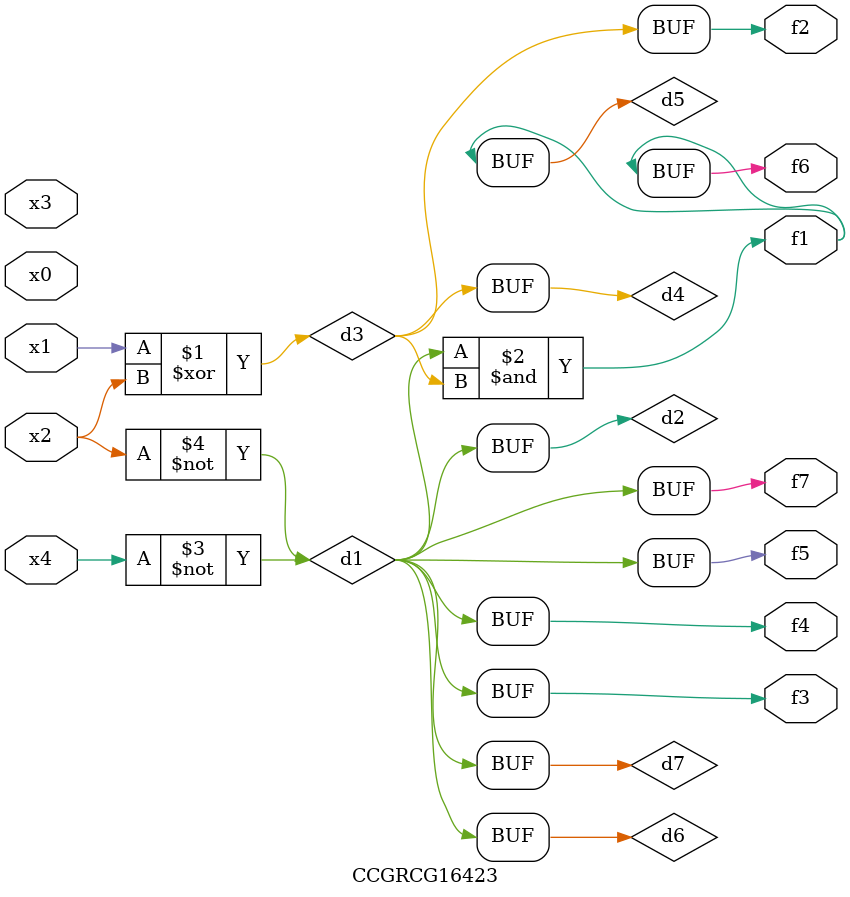
<source format=v>
module CCGRCG16423(
	input x0, x1, x2, x3, x4,
	output f1, f2, f3, f4, f5, f6, f7
);

	wire d1, d2, d3, d4, d5, d6, d7;

	not (d1, x4);
	not (d2, x2);
	xor (d3, x1, x2);
	buf (d4, d3);
	and (d5, d1, d3);
	buf (d6, d1, d2);
	buf (d7, d2);
	assign f1 = d5;
	assign f2 = d4;
	assign f3 = d7;
	assign f4 = d7;
	assign f5 = d7;
	assign f6 = d5;
	assign f7 = d7;
endmodule

</source>
